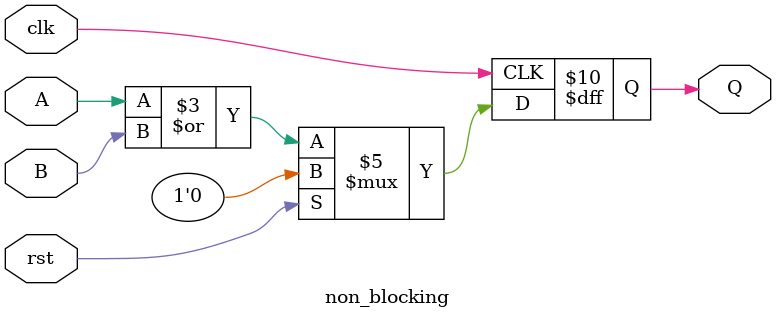
<source format=v>
module non_blocking(A,B,Q,clk,rst);

    input A,B,clk,rst;
    output reg Q;
    //We declaring the another reg = Z
    reg Z;

    always @ (posedge clk) begin
        if(rst == 1'b1) begin
            Z = 1'b0;
            Q = 1'b0;         
// Non-Blocking Statement         
          //  Z <= 1'b0;
           // Q <= 1'b0;
        end
        else begin
            Z = A | B;
            Q = Z;
//Non Blocking Statement
         //   Z <= A | B;
         //   Q <= Z;
        end      
    end 
endmodule
</source>
